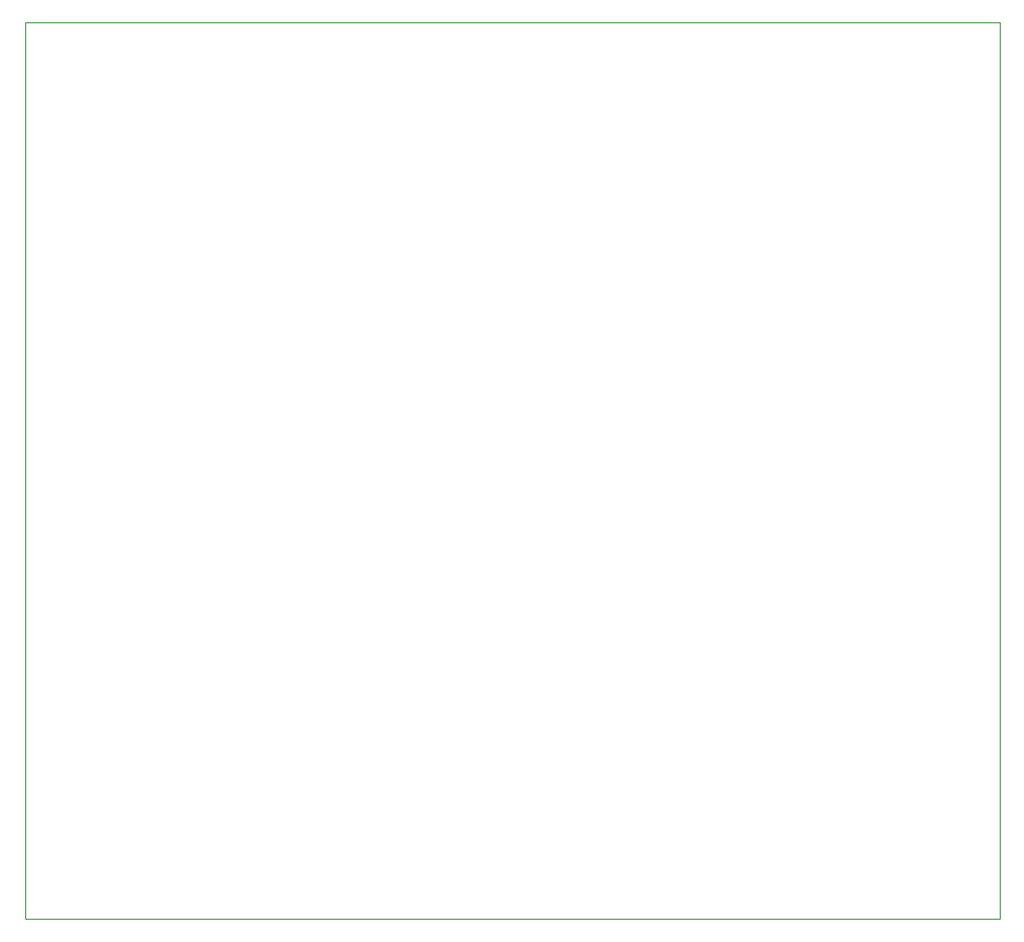
<source format=gbr>
%TF.GenerationSoftware,KiCad,Pcbnew,(6.0.6)*%
%TF.CreationDate,2022-08-03T15:13:17+02:00*%
%TF.ProjectId,PCAP04_Interface,50434150-3034-45f4-996e-746572666163,rev?*%
%TF.SameCoordinates,Original*%
%TF.FileFunction,Profile,NP*%
%FSLAX46Y46*%
G04 Gerber Fmt 4.6, Leading zero omitted, Abs format (unit mm)*
G04 Created by KiCad (PCBNEW (6.0.6)) date 2022-08-03 15:13:17*
%MOMM*%
%LPD*%
G01*
G04 APERTURE LIST*
%TA.AperFunction,Profile*%
%ADD10C,0.100000*%
%TD*%
G04 APERTURE END LIST*
D10*
X185000000Y-70104000D02*
X185000000Y-148336000D01*
X185000000Y-148336000D02*
X100000000Y-148336000D01*
X100000000Y-148336000D02*
X100000000Y-70104000D01*
X100000000Y-70104000D02*
X185000000Y-70104000D01*
M02*

</source>
